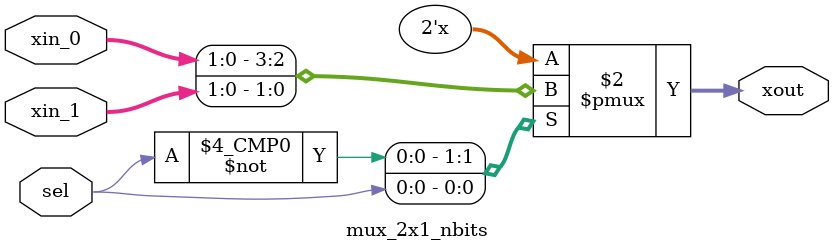
<source format=v>
module mux_2x1_nbits #(                   // 2 cross 1 mux for add or jump
    parameter bits = 2
)
(
    input [0:0] sel,		// maybe to preserve uniformity
    input [(bits - 1):0] xin_0,
    input [(bits - 1):0] xin_1,
    output reg [(bits - 1):0] xout
);
    always @ (*) begin
        case (sel)
            1'h0: xout = xin_0;
            1'h1: xout = xin_1;
            default:
                xout = 'h0;
        endcase
    end
endmodule
</source>
